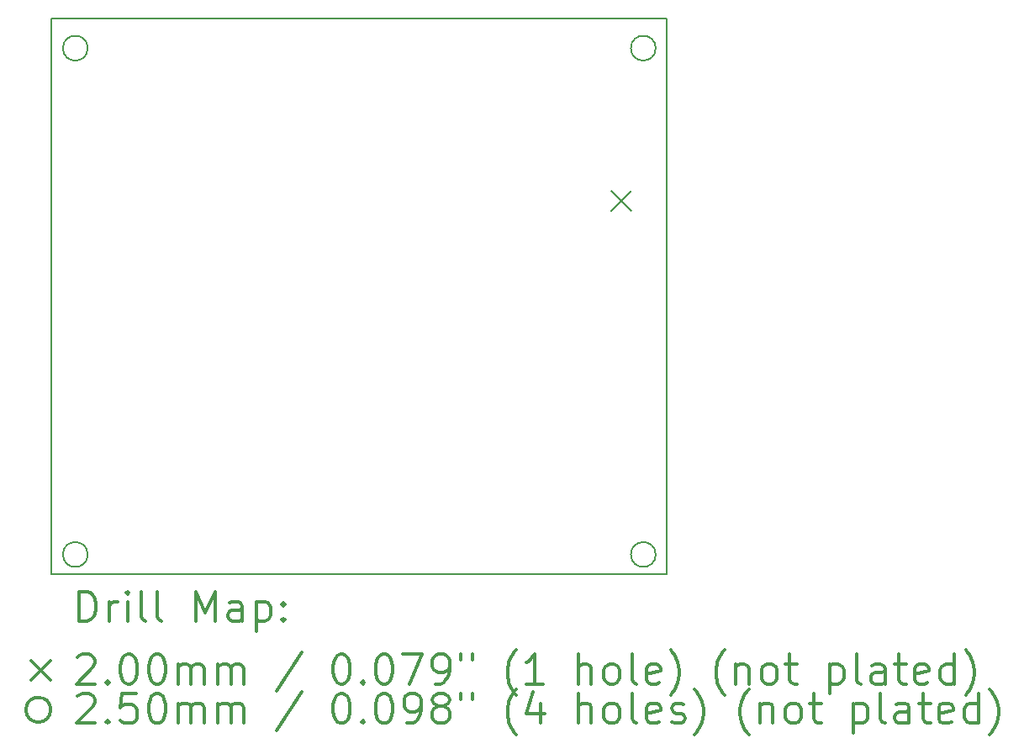
<source format=gbr>
%FSLAX45Y45*%
G04 Gerber Fmt 4.5, Leading zero omitted, Abs format (unit mm)*
G04 Created by KiCad (PCBNEW (5.0.0)) date 11/19/18 10:01:11*
%MOMM*%
%LPD*%
G01*
G04 APERTURE LIST*
%ADD10C,0.150000*%
%ADD11C,0.200000*%
%ADD12C,0.300000*%
G04 APERTURE END LIST*
D10*
X10000110Y-10000360D02*
X16200110Y-10000360D01*
X16200110Y-10000360D02*
X16200110Y-4400360D01*
X16200110Y-4400360D02*
X10000110Y-4400360D01*
X10000110Y-4400360D02*
X10000110Y-10000360D01*
D11*
X15640510Y-6141160D02*
X15840510Y-6341160D01*
X15840510Y-6141160D02*
X15640510Y-6341160D01*
X10365110Y-4700360D02*
G75*
G03X10365110Y-4700360I-125000J0D01*
G01*
X10365110Y-9800360D02*
G75*
G03X10365110Y-9800360I-125000J0D01*
G01*
X16085110Y-4700360D02*
G75*
G03X16085110Y-4700360I-125000J0D01*
G01*
X16085110Y-9800360D02*
G75*
G03X16085110Y-9800360I-125000J0D01*
G01*
D12*
X10279038Y-10473574D02*
X10279038Y-10173574D01*
X10350467Y-10173574D01*
X10393324Y-10187860D01*
X10421896Y-10216432D01*
X10436181Y-10245003D01*
X10450467Y-10302146D01*
X10450467Y-10345003D01*
X10436181Y-10402146D01*
X10421896Y-10430717D01*
X10393324Y-10459289D01*
X10350467Y-10473574D01*
X10279038Y-10473574D01*
X10579038Y-10473574D02*
X10579038Y-10273574D01*
X10579038Y-10330717D02*
X10593324Y-10302146D01*
X10607610Y-10287860D01*
X10636181Y-10273574D01*
X10664753Y-10273574D01*
X10764753Y-10473574D02*
X10764753Y-10273574D01*
X10764753Y-10173574D02*
X10750467Y-10187860D01*
X10764753Y-10202146D01*
X10779038Y-10187860D01*
X10764753Y-10173574D01*
X10764753Y-10202146D01*
X10950467Y-10473574D02*
X10921896Y-10459289D01*
X10907610Y-10430717D01*
X10907610Y-10173574D01*
X11107610Y-10473574D02*
X11079038Y-10459289D01*
X11064753Y-10430717D01*
X11064753Y-10173574D01*
X11450467Y-10473574D02*
X11450467Y-10173574D01*
X11550467Y-10387860D01*
X11650467Y-10173574D01*
X11650467Y-10473574D01*
X11921896Y-10473574D02*
X11921896Y-10316432D01*
X11907610Y-10287860D01*
X11879038Y-10273574D01*
X11821896Y-10273574D01*
X11793324Y-10287860D01*
X11921896Y-10459289D02*
X11893324Y-10473574D01*
X11821896Y-10473574D01*
X11793324Y-10459289D01*
X11779038Y-10430717D01*
X11779038Y-10402146D01*
X11793324Y-10373574D01*
X11821896Y-10359289D01*
X11893324Y-10359289D01*
X11921896Y-10345003D01*
X12064753Y-10273574D02*
X12064753Y-10573574D01*
X12064753Y-10287860D02*
X12093324Y-10273574D01*
X12150467Y-10273574D01*
X12179038Y-10287860D01*
X12193324Y-10302146D01*
X12207610Y-10330717D01*
X12207610Y-10416432D01*
X12193324Y-10445003D01*
X12179038Y-10459289D01*
X12150467Y-10473574D01*
X12093324Y-10473574D01*
X12064753Y-10459289D01*
X12336181Y-10445003D02*
X12350467Y-10459289D01*
X12336181Y-10473574D01*
X12321896Y-10459289D01*
X12336181Y-10445003D01*
X12336181Y-10473574D01*
X12336181Y-10287860D02*
X12350467Y-10302146D01*
X12336181Y-10316432D01*
X12321896Y-10302146D01*
X12336181Y-10287860D01*
X12336181Y-10316432D01*
X9792610Y-10867860D02*
X9992610Y-11067860D01*
X9992610Y-10867860D02*
X9792610Y-11067860D01*
X10264753Y-10832146D02*
X10279038Y-10817860D01*
X10307610Y-10803574D01*
X10379038Y-10803574D01*
X10407610Y-10817860D01*
X10421896Y-10832146D01*
X10436181Y-10860717D01*
X10436181Y-10889289D01*
X10421896Y-10932146D01*
X10250467Y-11103574D01*
X10436181Y-11103574D01*
X10564753Y-11075003D02*
X10579038Y-11089289D01*
X10564753Y-11103574D01*
X10550467Y-11089289D01*
X10564753Y-11075003D01*
X10564753Y-11103574D01*
X10764753Y-10803574D02*
X10793324Y-10803574D01*
X10821896Y-10817860D01*
X10836181Y-10832146D01*
X10850467Y-10860717D01*
X10864753Y-10917860D01*
X10864753Y-10989289D01*
X10850467Y-11046432D01*
X10836181Y-11075003D01*
X10821896Y-11089289D01*
X10793324Y-11103574D01*
X10764753Y-11103574D01*
X10736181Y-11089289D01*
X10721896Y-11075003D01*
X10707610Y-11046432D01*
X10693324Y-10989289D01*
X10693324Y-10917860D01*
X10707610Y-10860717D01*
X10721896Y-10832146D01*
X10736181Y-10817860D01*
X10764753Y-10803574D01*
X11050467Y-10803574D02*
X11079038Y-10803574D01*
X11107610Y-10817860D01*
X11121896Y-10832146D01*
X11136181Y-10860717D01*
X11150467Y-10917860D01*
X11150467Y-10989289D01*
X11136181Y-11046432D01*
X11121896Y-11075003D01*
X11107610Y-11089289D01*
X11079038Y-11103574D01*
X11050467Y-11103574D01*
X11021896Y-11089289D01*
X11007610Y-11075003D01*
X10993324Y-11046432D01*
X10979038Y-10989289D01*
X10979038Y-10917860D01*
X10993324Y-10860717D01*
X11007610Y-10832146D01*
X11021896Y-10817860D01*
X11050467Y-10803574D01*
X11279038Y-11103574D02*
X11279038Y-10903574D01*
X11279038Y-10932146D02*
X11293324Y-10917860D01*
X11321896Y-10903574D01*
X11364753Y-10903574D01*
X11393324Y-10917860D01*
X11407610Y-10946432D01*
X11407610Y-11103574D01*
X11407610Y-10946432D02*
X11421896Y-10917860D01*
X11450467Y-10903574D01*
X11493324Y-10903574D01*
X11521896Y-10917860D01*
X11536181Y-10946432D01*
X11536181Y-11103574D01*
X11679038Y-11103574D02*
X11679038Y-10903574D01*
X11679038Y-10932146D02*
X11693324Y-10917860D01*
X11721896Y-10903574D01*
X11764753Y-10903574D01*
X11793324Y-10917860D01*
X11807610Y-10946432D01*
X11807610Y-11103574D01*
X11807610Y-10946432D02*
X11821896Y-10917860D01*
X11850467Y-10903574D01*
X11893324Y-10903574D01*
X11921896Y-10917860D01*
X11936181Y-10946432D01*
X11936181Y-11103574D01*
X12521896Y-10789289D02*
X12264753Y-11175003D01*
X12907610Y-10803574D02*
X12936181Y-10803574D01*
X12964753Y-10817860D01*
X12979038Y-10832146D01*
X12993324Y-10860717D01*
X13007610Y-10917860D01*
X13007610Y-10989289D01*
X12993324Y-11046432D01*
X12979038Y-11075003D01*
X12964753Y-11089289D01*
X12936181Y-11103574D01*
X12907610Y-11103574D01*
X12879038Y-11089289D01*
X12864753Y-11075003D01*
X12850467Y-11046432D01*
X12836181Y-10989289D01*
X12836181Y-10917860D01*
X12850467Y-10860717D01*
X12864753Y-10832146D01*
X12879038Y-10817860D01*
X12907610Y-10803574D01*
X13136181Y-11075003D02*
X13150467Y-11089289D01*
X13136181Y-11103574D01*
X13121896Y-11089289D01*
X13136181Y-11075003D01*
X13136181Y-11103574D01*
X13336181Y-10803574D02*
X13364753Y-10803574D01*
X13393324Y-10817860D01*
X13407610Y-10832146D01*
X13421896Y-10860717D01*
X13436181Y-10917860D01*
X13436181Y-10989289D01*
X13421896Y-11046432D01*
X13407610Y-11075003D01*
X13393324Y-11089289D01*
X13364753Y-11103574D01*
X13336181Y-11103574D01*
X13307610Y-11089289D01*
X13293324Y-11075003D01*
X13279038Y-11046432D01*
X13264753Y-10989289D01*
X13264753Y-10917860D01*
X13279038Y-10860717D01*
X13293324Y-10832146D01*
X13307610Y-10817860D01*
X13336181Y-10803574D01*
X13536181Y-10803574D02*
X13736181Y-10803574D01*
X13607610Y-11103574D01*
X13864753Y-11103574D02*
X13921896Y-11103574D01*
X13950467Y-11089289D01*
X13964753Y-11075003D01*
X13993324Y-11032146D01*
X14007610Y-10975003D01*
X14007610Y-10860717D01*
X13993324Y-10832146D01*
X13979038Y-10817860D01*
X13950467Y-10803574D01*
X13893324Y-10803574D01*
X13864753Y-10817860D01*
X13850467Y-10832146D01*
X13836181Y-10860717D01*
X13836181Y-10932146D01*
X13850467Y-10960717D01*
X13864753Y-10975003D01*
X13893324Y-10989289D01*
X13950467Y-10989289D01*
X13979038Y-10975003D01*
X13993324Y-10960717D01*
X14007610Y-10932146D01*
X14121896Y-10803574D02*
X14121896Y-10860717D01*
X14236181Y-10803574D02*
X14236181Y-10860717D01*
X14679038Y-11217860D02*
X14664753Y-11203574D01*
X14636181Y-11160717D01*
X14621896Y-11132146D01*
X14607610Y-11089289D01*
X14593324Y-11017860D01*
X14593324Y-10960717D01*
X14607610Y-10889289D01*
X14621896Y-10846432D01*
X14636181Y-10817860D01*
X14664753Y-10775003D01*
X14679038Y-10760717D01*
X14950467Y-11103574D02*
X14779038Y-11103574D01*
X14864753Y-11103574D02*
X14864753Y-10803574D01*
X14836181Y-10846432D01*
X14807610Y-10875003D01*
X14779038Y-10889289D01*
X15307610Y-11103574D02*
X15307610Y-10803574D01*
X15436181Y-11103574D02*
X15436181Y-10946432D01*
X15421896Y-10917860D01*
X15393324Y-10903574D01*
X15350467Y-10903574D01*
X15321896Y-10917860D01*
X15307610Y-10932146D01*
X15621896Y-11103574D02*
X15593324Y-11089289D01*
X15579038Y-11075003D01*
X15564753Y-11046432D01*
X15564753Y-10960717D01*
X15579038Y-10932146D01*
X15593324Y-10917860D01*
X15621896Y-10903574D01*
X15664753Y-10903574D01*
X15693324Y-10917860D01*
X15707610Y-10932146D01*
X15721896Y-10960717D01*
X15721896Y-11046432D01*
X15707610Y-11075003D01*
X15693324Y-11089289D01*
X15664753Y-11103574D01*
X15621896Y-11103574D01*
X15893324Y-11103574D02*
X15864753Y-11089289D01*
X15850467Y-11060717D01*
X15850467Y-10803574D01*
X16121896Y-11089289D02*
X16093324Y-11103574D01*
X16036181Y-11103574D01*
X16007610Y-11089289D01*
X15993324Y-11060717D01*
X15993324Y-10946432D01*
X16007610Y-10917860D01*
X16036181Y-10903574D01*
X16093324Y-10903574D01*
X16121896Y-10917860D01*
X16136181Y-10946432D01*
X16136181Y-10975003D01*
X15993324Y-11003574D01*
X16236181Y-11217860D02*
X16250467Y-11203574D01*
X16279038Y-11160717D01*
X16293324Y-11132146D01*
X16307610Y-11089289D01*
X16321896Y-11017860D01*
X16321896Y-10960717D01*
X16307610Y-10889289D01*
X16293324Y-10846432D01*
X16279038Y-10817860D01*
X16250467Y-10775003D01*
X16236181Y-10760717D01*
X16779038Y-11217860D02*
X16764753Y-11203574D01*
X16736181Y-11160717D01*
X16721896Y-11132146D01*
X16707610Y-11089289D01*
X16693324Y-11017860D01*
X16693324Y-10960717D01*
X16707610Y-10889289D01*
X16721896Y-10846432D01*
X16736181Y-10817860D01*
X16764753Y-10775003D01*
X16779038Y-10760717D01*
X16893324Y-10903574D02*
X16893324Y-11103574D01*
X16893324Y-10932146D02*
X16907610Y-10917860D01*
X16936181Y-10903574D01*
X16979038Y-10903574D01*
X17007610Y-10917860D01*
X17021896Y-10946432D01*
X17021896Y-11103574D01*
X17207610Y-11103574D02*
X17179038Y-11089289D01*
X17164753Y-11075003D01*
X17150467Y-11046432D01*
X17150467Y-10960717D01*
X17164753Y-10932146D01*
X17179038Y-10917860D01*
X17207610Y-10903574D01*
X17250467Y-10903574D01*
X17279038Y-10917860D01*
X17293324Y-10932146D01*
X17307610Y-10960717D01*
X17307610Y-11046432D01*
X17293324Y-11075003D01*
X17279038Y-11089289D01*
X17250467Y-11103574D01*
X17207610Y-11103574D01*
X17393324Y-10903574D02*
X17507610Y-10903574D01*
X17436181Y-10803574D02*
X17436181Y-11060717D01*
X17450467Y-11089289D01*
X17479038Y-11103574D01*
X17507610Y-11103574D01*
X17836181Y-10903574D02*
X17836181Y-11203574D01*
X17836181Y-10917860D02*
X17864753Y-10903574D01*
X17921896Y-10903574D01*
X17950467Y-10917860D01*
X17964753Y-10932146D01*
X17979038Y-10960717D01*
X17979038Y-11046432D01*
X17964753Y-11075003D01*
X17950467Y-11089289D01*
X17921896Y-11103574D01*
X17864753Y-11103574D01*
X17836181Y-11089289D01*
X18150467Y-11103574D02*
X18121896Y-11089289D01*
X18107610Y-11060717D01*
X18107610Y-10803574D01*
X18393324Y-11103574D02*
X18393324Y-10946432D01*
X18379038Y-10917860D01*
X18350467Y-10903574D01*
X18293324Y-10903574D01*
X18264753Y-10917860D01*
X18393324Y-11089289D02*
X18364753Y-11103574D01*
X18293324Y-11103574D01*
X18264753Y-11089289D01*
X18250467Y-11060717D01*
X18250467Y-11032146D01*
X18264753Y-11003574D01*
X18293324Y-10989289D01*
X18364753Y-10989289D01*
X18393324Y-10975003D01*
X18493324Y-10903574D02*
X18607610Y-10903574D01*
X18536181Y-10803574D02*
X18536181Y-11060717D01*
X18550467Y-11089289D01*
X18579038Y-11103574D01*
X18607610Y-11103574D01*
X18821896Y-11089289D02*
X18793324Y-11103574D01*
X18736181Y-11103574D01*
X18707610Y-11089289D01*
X18693324Y-11060717D01*
X18693324Y-10946432D01*
X18707610Y-10917860D01*
X18736181Y-10903574D01*
X18793324Y-10903574D01*
X18821896Y-10917860D01*
X18836181Y-10946432D01*
X18836181Y-10975003D01*
X18693324Y-11003574D01*
X19093324Y-11103574D02*
X19093324Y-10803574D01*
X19093324Y-11089289D02*
X19064753Y-11103574D01*
X19007610Y-11103574D01*
X18979038Y-11089289D01*
X18964753Y-11075003D01*
X18950467Y-11046432D01*
X18950467Y-10960717D01*
X18964753Y-10932146D01*
X18979038Y-10917860D01*
X19007610Y-10903574D01*
X19064753Y-10903574D01*
X19093324Y-10917860D01*
X19207610Y-11217860D02*
X19221896Y-11203574D01*
X19250467Y-11160717D01*
X19264753Y-11132146D01*
X19279038Y-11089289D01*
X19293324Y-11017860D01*
X19293324Y-10960717D01*
X19279038Y-10889289D01*
X19264753Y-10846432D01*
X19250467Y-10817860D01*
X19221896Y-10775003D01*
X19207610Y-10760717D01*
X9992610Y-11363860D02*
G75*
G03X9992610Y-11363860I-125000J0D01*
G01*
X10264753Y-11228146D02*
X10279038Y-11213860D01*
X10307610Y-11199574D01*
X10379038Y-11199574D01*
X10407610Y-11213860D01*
X10421896Y-11228146D01*
X10436181Y-11256717D01*
X10436181Y-11285289D01*
X10421896Y-11328146D01*
X10250467Y-11499574D01*
X10436181Y-11499574D01*
X10564753Y-11471003D02*
X10579038Y-11485289D01*
X10564753Y-11499574D01*
X10550467Y-11485289D01*
X10564753Y-11471003D01*
X10564753Y-11499574D01*
X10850467Y-11199574D02*
X10707610Y-11199574D01*
X10693324Y-11342431D01*
X10707610Y-11328146D01*
X10736181Y-11313860D01*
X10807610Y-11313860D01*
X10836181Y-11328146D01*
X10850467Y-11342431D01*
X10864753Y-11371003D01*
X10864753Y-11442431D01*
X10850467Y-11471003D01*
X10836181Y-11485289D01*
X10807610Y-11499574D01*
X10736181Y-11499574D01*
X10707610Y-11485289D01*
X10693324Y-11471003D01*
X11050467Y-11199574D02*
X11079038Y-11199574D01*
X11107610Y-11213860D01*
X11121896Y-11228146D01*
X11136181Y-11256717D01*
X11150467Y-11313860D01*
X11150467Y-11385289D01*
X11136181Y-11442431D01*
X11121896Y-11471003D01*
X11107610Y-11485289D01*
X11079038Y-11499574D01*
X11050467Y-11499574D01*
X11021896Y-11485289D01*
X11007610Y-11471003D01*
X10993324Y-11442431D01*
X10979038Y-11385289D01*
X10979038Y-11313860D01*
X10993324Y-11256717D01*
X11007610Y-11228146D01*
X11021896Y-11213860D01*
X11050467Y-11199574D01*
X11279038Y-11499574D02*
X11279038Y-11299574D01*
X11279038Y-11328146D02*
X11293324Y-11313860D01*
X11321896Y-11299574D01*
X11364753Y-11299574D01*
X11393324Y-11313860D01*
X11407610Y-11342431D01*
X11407610Y-11499574D01*
X11407610Y-11342431D02*
X11421896Y-11313860D01*
X11450467Y-11299574D01*
X11493324Y-11299574D01*
X11521896Y-11313860D01*
X11536181Y-11342431D01*
X11536181Y-11499574D01*
X11679038Y-11499574D02*
X11679038Y-11299574D01*
X11679038Y-11328146D02*
X11693324Y-11313860D01*
X11721896Y-11299574D01*
X11764753Y-11299574D01*
X11793324Y-11313860D01*
X11807610Y-11342431D01*
X11807610Y-11499574D01*
X11807610Y-11342431D02*
X11821896Y-11313860D01*
X11850467Y-11299574D01*
X11893324Y-11299574D01*
X11921896Y-11313860D01*
X11936181Y-11342431D01*
X11936181Y-11499574D01*
X12521896Y-11185289D02*
X12264753Y-11571003D01*
X12907610Y-11199574D02*
X12936181Y-11199574D01*
X12964753Y-11213860D01*
X12979038Y-11228146D01*
X12993324Y-11256717D01*
X13007610Y-11313860D01*
X13007610Y-11385289D01*
X12993324Y-11442431D01*
X12979038Y-11471003D01*
X12964753Y-11485289D01*
X12936181Y-11499574D01*
X12907610Y-11499574D01*
X12879038Y-11485289D01*
X12864753Y-11471003D01*
X12850467Y-11442431D01*
X12836181Y-11385289D01*
X12836181Y-11313860D01*
X12850467Y-11256717D01*
X12864753Y-11228146D01*
X12879038Y-11213860D01*
X12907610Y-11199574D01*
X13136181Y-11471003D02*
X13150467Y-11485289D01*
X13136181Y-11499574D01*
X13121896Y-11485289D01*
X13136181Y-11471003D01*
X13136181Y-11499574D01*
X13336181Y-11199574D02*
X13364753Y-11199574D01*
X13393324Y-11213860D01*
X13407610Y-11228146D01*
X13421896Y-11256717D01*
X13436181Y-11313860D01*
X13436181Y-11385289D01*
X13421896Y-11442431D01*
X13407610Y-11471003D01*
X13393324Y-11485289D01*
X13364753Y-11499574D01*
X13336181Y-11499574D01*
X13307610Y-11485289D01*
X13293324Y-11471003D01*
X13279038Y-11442431D01*
X13264753Y-11385289D01*
X13264753Y-11313860D01*
X13279038Y-11256717D01*
X13293324Y-11228146D01*
X13307610Y-11213860D01*
X13336181Y-11199574D01*
X13579038Y-11499574D02*
X13636181Y-11499574D01*
X13664753Y-11485289D01*
X13679038Y-11471003D01*
X13707610Y-11428146D01*
X13721896Y-11371003D01*
X13721896Y-11256717D01*
X13707610Y-11228146D01*
X13693324Y-11213860D01*
X13664753Y-11199574D01*
X13607610Y-11199574D01*
X13579038Y-11213860D01*
X13564753Y-11228146D01*
X13550467Y-11256717D01*
X13550467Y-11328146D01*
X13564753Y-11356717D01*
X13579038Y-11371003D01*
X13607610Y-11385289D01*
X13664753Y-11385289D01*
X13693324Y-11371003D01*
X13707610Y-11356717D01*
X13721896Y-11328146D01*
X13893324Y-11328146D02*
X13864753Y-11313860D01*
X13850467Y-11299574D01*
X13836181Y-11271003D01*
X13836181Y-11256717D01*
X13850467Y-11228146D01*
X13864753Y-11213860D01*
X13893324Y-11199574D01*
X13950467Y-11199574D01*
X13979038Y-11213860D01*
X13993324Y-11228146D01*
X14007610Y-11256717D01*
X14007610Y-11271003D01*
X13993324Y-11299574D01*
X13979038Y-11313860D01*
X13950467Y-11328146D01*
X13893324Y-11328146D01*
X13864753Y-11342431D01*
X13850467Y-11356717D01*
X13836181Y-11385289D01*
X13836181Y-11442431D01*
X13850467Y-11471003D01*
X13864753Y-11485289D01*
X13893324Y-11499574D01*
X13950467Y-11499574D01*
X13979038Y-11485289D01*
X13993324Y-11471003D01*
X14007610Y-11442431D01*
X14007610Y-11385289D01*
X13993324Y-11356717D01*
X13979038Y-11342431D01*
X13950467Y-11328146D01*
X14121896Y-11199574D02*
X14121896Y-11256717D01*
X14236181Y-11199574D02*
X14236181Y-11256717D01*
X14679038Y-11613860D02*
X14664753Y-11599574D01*
X14636181Y-11556717D01*
X14621896Y-11528146D01*
X14607610Y-11485289D01*
X14593324Y-11413860D01*
X14593324Y-11356717D01*
X14607610Y-11285289D01*
X14621896Y-11242431D01*
X14636181Y-11213860D01*
X14664753Y-11171003D01*
X14679038Y-11156717D01*
X14921896Y-11299574D02*
X14921896Y-11499574D01*
X14850467Y-11185289D02*
X14779038Y-11399574D01*
X14964753Y-11399574D01*
X15307610Y-11499574D02*
X15307610Y-11199574D01*
X15436181Y-11499574D02*
X15436181Y-11342431D01*
X15421896Y-11313860D01*
X15393324Y-11299574D01*
X15350467Y-11299574D01*
X15321896Y-11313860D01*
X15307610Y-11328146D01*
X15621896Y-11499574D02*
X15593324Y-11485289D01*
X15579038Y-11471003D01*
X15564753Y-11442431D01*
X15564753Y-11356717D01*
X15579038Y-11328146D01*
X15593324Y-11313860D01*
X15621896Y-11299574D01*
X15664753Y-11299574D01*
X15693324Y-11313860D01*
X15707610Y-11328146D01*
X15721896Y-11356717D01*
X15721896Y-11442431D01*
X15707610Y-11471003D01*
X15693324Y-11485289D01*
X15664753Y-11499574D01*
X15621896Y-11499574D01*
X15893324Y-11499574D02*
X15864753Y-11485289D01*
X15850467Y-11456717D01*
X15850467Y-11199574D01*
X16121896Y-11485289D02*
X16093324Y-11499574D01*
X16036181Y-11499574D01*
X16007610Y-11485289D01*
X15993324Y-11456717D01*
X15993324Y-11342431D01*
X16007610Y-11313860D01*
X16036181Y-11299574D01*
X16093324Y-11299574D01*
X16121896Y-11313860D01*
X16136181Y-11342431D01*
X16136181Y-11371003D01*
X15993324Y-11399574D01*
X16250467Y-11485289D02*
X16279038Y-11499574D01*
X16336181Y-11499574D01*
X16364753Y-11485289D01*
X16379038Y-11456717D01*
X16379038Y-11442431D01*
X16364753Y-11413860D01*
X16336181Y-11399574D01*
X16293324Y-11399574D01*
X16264753Y-11385289D01*
X16250467Y-11356717D01*
X16250467Y-11342431D01*
X16264753Y-11313860D01*
X16293324Y-11299574D01*
X16336181Y-11299574D01*
X16364753Y-11313860D01*
X16479038Y-11613860D02*
X16493324Y-11599574D01*
X16521896Y-11556717D01*
X16536181Y-11528146D01*
X16550467Y-11485289D01*
X16564753Y-11413860D01*
X16564753Y-11356717D01*
X16550467Y-11285289D01*
X16536181Y-11242431D01*
X16521896Y-11213860D01*
X16493324Y-11171003D01*
X16479038Y-11156717D01*
X17021896Y-11613860D02*
X17007610Y-11599574D01*
X16979038Y-11556717D01*
X16964753Y-11528146D01*
X16950467Y-11485289D01*
X16936181Y-11413860D01*
X16936181Y-11356717D01*
X16950467Y-11285289D01*
X16964753Y-11242431D01*
X16979038Y-11213860D01*
X17007610Y-11171003D01*
X17021896Y-11156717D01*
X17136181Y-11299574D02*
X17136181Y-11499574D01*
X17136181Y-11328146D02*
X17150467Y-11313860D01*
X17179038Y-11299574D01*
X17221896Y-11299574D01*
X17250467Y-11313860D01*
X17264753Y-11342431D01*
X17264753Y-11499574D01*
X17450467Y-11499574D02*
X17421896Y-11485289D01*
X17407610Y-11471003D01*
X17393324Y-11442431D01*
X17393324Y-11356717D01*
X17407610Y-11328146D01*
X17421896Y-11313860D01*
X17450467Y-11299574D01*
X17493324Y-11299574D01*
X17521896Y-11313860D01*
X17536181Y-11328146D01*
X17550467Y-11356717D01*
X17550467Y-11442431D01*
X17536181Y-11471003D01*
X17521896Y-11485289D01*
X17493324Y-11499574D01*
X17450467Y-11499574D01*
X17636181Y-11299574D02*
X17750467Y-11299574D01*
X17679038Y-11199574D02*
X17679038Y-11456717D01*
X17693324Y-11485289D01*
X17721896Y-11499574D01*
X17750467Y-11499574D01*
X18079038Y-11299574D02*
X18079038Y-11599574D01*
X18079038Y-11313860D02*
X18107610Y-11299574D01*
X18164753Y-11299574D01*
X18193324Y-11313860D01*
X18207610Y-11328146D01*
X18221896Y-11356717D01*
X18221896Y-11442431D01*
X18207610Y-11471003D01*
X18193324Y-11485289D01*
X18164753Y-11499574D01*
X18107610Y-11499574D01*
X18079038Y-11485289D01*
X18393324Y-11499574D02*
X18364753Y-11485289D01*
X18350467Y-11456717D01*
X18350467Y-11199574D01*
X18636181Y-11499574D02*
X18636181Y-11342431D01*
X18621896Y-11313860D01*
X18593324Y-11299574D01*
X18536181Y-11299574D01*
X18507610Y-11313860D01*
X18636181Y-11485289D02*
X18607610Y-11499574D01*
X18536181Y-11499574D01*
X18507610Y-11485289D01*
X18493324Y-11456717D01*
X18493324Y-11428146D01*
X18507610Y-11399574D01*
X18536181Y-11385289D01*
X18607610Y-11385289D01*
X18636181Y-11371003D01*
X18736181Y-11299574D02*
X18850467Y-11299574D01*
X18779038Y-11199574D02*
X18779038Y-11456717D01*
X18793324Y-11485289D01*
X18821896Y-11499574D01*
X18850467Y-11499574D01*
X19064753Y-11485289D02*
X19036181Y-11499574D01*
X18979038Y-11499574D01*
X18950467Y-11485289D01*
X18936181Y-11456717D01*
X18936181Y-11342431D01*
X18950467Y-11313860D01*
X18979038Y-11299574D01*
X19036181Y-11299574D01*
X19064753Y-11313860D01*
X19079038Y-11342431D01*
X19079038Y-11371003D01*
X18936181Y-11399574D01*
X19336181Y-11499574D02*
X19336181Y-11199574D01*
X19336181Y-11485289D02*
X19307610Y-11499574D01*
X19250467Y-11499574D01*
X19221896Y-11485289D01*
X19207610Y-11471003D01*
X19193324Y-11442431D01*
X19193324Y-11356717D01*
X19207610Y-11328146D01*
X19221896Y-11313860D01*
X19250467Y-11299574D01*
X19307610Y-11299574D01*
X19336181Y-11313860D01*
X19450467Y-11613860D02*
X19464753Y-11599574D01*
X19493324Y-11556717D01*
X19507610Y-11528146D01*
X19521896Y-11485289D01*
X19536181Y-11413860D01*
X19536181Y-11356717D01*
X19521896Y-11285289D01*
X19507610Y-11242431D01*
X19493324Y-11213860D01*
X19464753Y-11171003D01*
X19450467Y-11156717D01*
M02*

</source>
